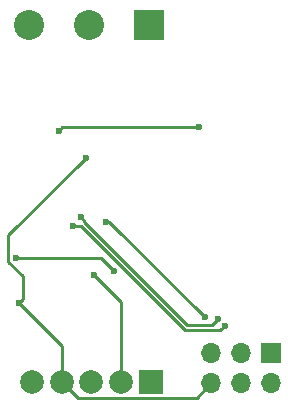
<source format=gbr>
G04 #@! TF.FileFunction,Copper,L2,Bot,Signal*
%FSLAX46Y46*%
G04 Gerber Fmt 4.6, Leading zero omitted, Abs format (unit mm)*
G04 Created by KiCad (PCBNEW 4.0.2-stable) date 2018-11-15 20:30:23*
%MOMM*%
G01*
G04 APERTURE LIST*
%ADD10C,0.100000*%
%ADD11R,2.000000X2.000000*%
%ADD12C,2.000000*%
%ADD13R,1.700000X1.700000*%
%ADD14O,1.700000X1.700000*%
%ADD15R,2.540000X2.540000*%
%ADD16C,2.540000*%
%ADD17C,0.600000*%
%ADD18C,0.250000*%
G04 APERTURE END LIST*
D10*
D11*
X115125500Y-80987900D03*
D12*
X112605500Y-80987900D03*
X110105500Y-80987900D03*
X107605500Y-80987900D03*
X105105500Y-80987900D03*
D13*
X125323600Y-78536800D03*
D14*
X125323600Y-81076800D03*
X122783600Y-78536800D03*
X122783600Y-81076800D03*
X120243600Y-78536800D03*
X120243600Y-81076800D03*
D15*
X114960400Y-50749200D03*
D16*
X109880400Y-50749200D03*
X104800400Y-50749200D03*
D17*
X109626400Y-61976000D03*
X103987600Y-74269600D03*
X119227600Y-59385200D03*
X107340400Y-59690000D03*
X103698220Y-70472143D03*
X112029245Y-71612755D03*
X110337600Y-71897420D03*
X120823327Y-75641817D03*
X109220000Y-67005200D03*
X121389021Y-76207511D03*
X108580732Y-67751357D03*
X111302800Y-67411600D03*
X119684800Y-75488800D03*
D18*
X103073200Y-70815200D02*
X103073200Y-68529200D01*
X103073200Y-68529200D02*
X109626400Y-61976000D01*
X104287599Y-72029599D02*
X103073200Y-70815200D01*
X103987600Y-74269600D02*
X104287599Y-73969601D01*
X104287599Y-73969601D02*
X104287599Y-72029599D01*
X107605500Y-80987900D02*
X107605500Y-77887500D01*
X107605500Y-77887500D02*
X103987600Y-74269600D01*
X120243600Y-81076800D02*
X119007499Y-82312901D01*
X119007499Y-82312901D02*
X108930501Y-82312901D01*
X108930501Y-82312901D02*
X108605499Y-81987899D01*
X108605499Y-81987899D02*
X107605500Y-80987900D01*
X107340400Y-59690000D02*
X107645200Y-59385200D01*
X107645200Y-59385200D02*
X119227600Y-59385200D01*
X104122484Y-70472143D02*
X103698220Y-70472143D01*
X112029245Y-71612755D02*
X110888633Y-70472143D01*
X110888633Y-70472143D02*
X104122484Y-70472143D01*
X112605500Y-74165320D02*
X110337600Y-71897420D01*
X112605500Y-80987900D02*
X112605500Y-74165320D01*
X120523328Y-75941816D02*
X120823327Y-75641817D01*
X120351343Y-76113801D02*
X120523328Y-75941816D01*
X118227001Y-76113801D02*
X120351343Y-76113801D01*
X109519999Y-67305199D02*
X109519999Y-67406799D01*
X109519999Y-67406799D02*
X118227001Y-76113801D01*
X109220000Y-67005200D02*
X109519999Y-67305199D01*
X121032720Y-76563812D02*
X121089022Y-76507510D01*
X121089022Y-76507510D02*
X121389021Y-76207511D01*
X108580732Y-67751357D02*
X109228146Y-67751357D01*
X109228146Y-67751357D02*
X118040601Y-76563812D01*
X118040601Y-76563812D02*
X121032720Y-76563812D01*
X119684800Y-75488800D02*
X111607600Y-67411600D01*
X111607600Y-67411600D02*
X111302800Y-67411600D01*
M02*

</source>
